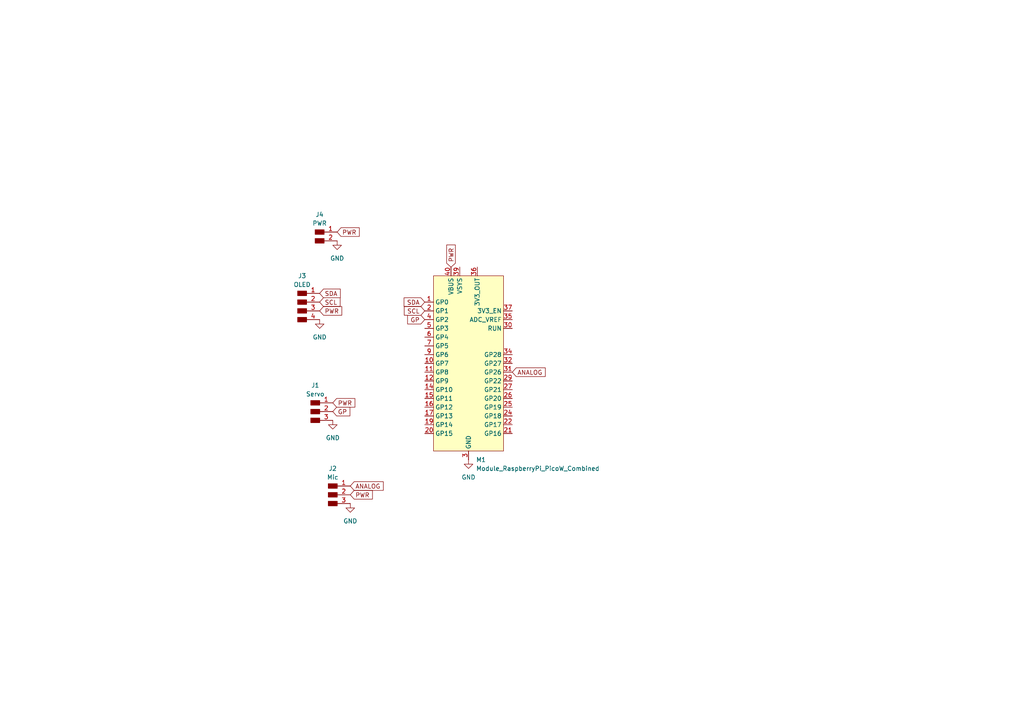
<source format=kicad_sch>
(kicad_sch (version 20231120) (generator "eeschema") (generator_version "8.0")
  (paper "A4")
  (lib_symbols
    (symbol "fab:Module_RaspberryPi_PicoW_Combined"
      (property "Reference" "M" (at 0 0 0))
      (property "Value" "Module_RaspberryPi_PicoW_Combined" (at 0 0 0))
      (symbol "Module_RaspberryPi_PicoW_Combined_1_1"
        (rectangle (start -10.16 25.4) (end 10.16 -25.4) (fill (type background)))
        (pin bidirectional line (at -12.7 17.78 0) (length 2.54) (name "GP0") (number "1"))
        (pin bidirectional line (at -12.7 0 0) (length 2.54) (name "GP7") (number "10"))
        (pin bidirectional line (at -12.7 -2.54 0) (length 2.54) (name "GP8") (number "11"))
        (pin bidirectional line (at -12.7 -5.08 0) (length 2.54) (name "GP9") (number "12"))
        (pin passive line (at 0 -27.94 90) (length 2.54) hide (name "GND") (number "13"))
        (pin bidirectional line (at -12.7 -7.62 0) (length 2.54) (name "GP10") (number "14"))
        (pin bidirectional line (at -12.7 -10.16 0) (length 2.54) (name "GP11") (number "15"))
        (pin bidirectional line (at -12.7 -12.7 0) (length 2.54) (name "GP12") (number "16"))
        (pin bidirectional line (at -12.7 -15.24 0) (length 2.54) (name "GP13") (number "17"))
        (pin passive line (at 0 -27.94 90) (length 2.54) hide (name "GND") (number "18"))
        (pin bidirectional line (at -12.7 -17.78 0) (length 2.54) (name "GP14") (number "19"))
        (pin bidirectional line (at -12.7 15.24 0) (length 2.54) (name "GP1") (number "2"))
        (pin bidirectional line (at -12.7 -20.32 0) (length 2.54) (name "GP15") (number "20"))
        (pin bidirectional line (at 12.7 -20.32 180) (length 2.54) (name "GP16") (number "21"))
        (pin bidirectional line (at 12.7 -17.78 180) (length 2.54) (name "GP17") (number "22"))
        (pin passive line (at 0 -27.94 90) (length 2.54) hide (name "GND") (number "23"))
        (pin bidirectional line (at 12.7 -15.24 180) (length 2.54) (name "GP18") (number "24"))
        (pin bidirectional line (at 12.7 -12.7 180) (length 2.54) (name "GP19") (number "25"))
        (pin bidirectional line (at 12.7 -10.16 180) (length 2.54) (name "GP20") (number "26"))
        (pin bidirectional line (at 12.7 -7.62 180) (length 2.54) (name "GP21") (number "27"))
        (pin passive line (at 0 -27.94 90) (length 2.54) hide (name "GND") (number "28"))
        (pin bidirectional line (at 12.7 -5.08 180) (length 2.54) (name "GP22") (number "29"))
        (pin power_in line (at 0 -27.94 90) (length 2.54) (name "GND") (number "3"))
        (pin input line (at 12.7 10.16 180) (length 2.54) (name "RUN") (number "30"))
        (pin bidirectional line (at 12.7 -2.54 180) (length 2.54) (name "GP26") (number "31"))
        (pin bidirectional line (at 12.7 0 180) (length 2.54) (name "GP27") (number "32"))
        (pin passive line (at 0 -27.94 90) (length 2.54) hide (name "GND") (number "33"))
        (pin bidirectional line (at 12.7 2.54 180) (length 2.54) (name "GP28") (number "34"))
        (pin input line (at 12.7 12.7 180) (length 2.54) (name "ADC_VREF") (number "35"))
        (pin power_in line (at 2.54 27.94 270) (length 2.54) (name "3V3_OUT") (number "36"))
        (pin input line (at 12.7 15.24 180) (length 2.54) (name "3V3_EN") (number "37"))
        (pin passive line (at 0 -27.94 90) (length 2.54) hide (name "GND") (number "38"))
        (pin power_in line (at -2.54 27.94 270) (length 2.54) (name "VSYS") (number "39"))
        (pin bidirectional line (at -12.7 12.7 0) (length 2.54) (name "GP2") (number "4"))
        (pin power_in line (at -5.08 27.94 270) (length 2.54) (name "VBUS") (number "40"))
        (pin bidirectional line (at -12.7 10.16 0) (length 2.54) (name "GP3") (number "5"))
        (pin bidirectional line (at -12.7 7.62 0) (length 2.54) (name "GP4") (number "6"))
        (pin bidirectional line (at -12.7 5.08 0) (length 2.54) (name "GP5") (number "7"))
        (pin passive line (at 0 -27.94 90) (length 2.54) hide (name "GND") (number "8"))
        (pin bidirectional line (at -12.7 2.54 0) (length 2.54) (name "GP6") (number "9"))
      )
    )
    (symbol "fab:PinHeader_01x02_P2.54mm_Horizontal_SMD" (pin_names hide)
      (property "Reference" "J" (at 0 2.54 0))
      (property "Value" "PinHeader_01x02_P2.54mm_Horizontal_SMD" (at 0 -5.08 0))
      (symbol "PinHeader_01x02_P2.54mm_Horizontal_SMD_1_1"
        (rectangle (start -1.27 -1.905) (end 1.27 -3.175) (stroke (width 0.254)) (fill (type outline)))
        (rectangle (start -1.27 0.635) (end 1.27 -0.635) (stroke (width 0.254)) (fill (type outline)))
        (pin passive line (at 5.08 0 180) (length 3.81) (name "Pin_1") (number "1"))
        (pin passive line (at 5.08 -2.54 180) (length 3.81) (name "Pin_2") (number "2"))
      )
    )
    (symbol "fab:PinHeader_01x03_P2.54mm_Horizontal_SMD" (pin_names hide)
      (property "Reference" "J" (at 0 5.08 0))
      (property "Value" "PinHeader_01x03_P2.54mm_Horizontal_SMD" (at 0 -5.08 0))
      (symbol "PinHeader_01x03_P2.54mm_Horizontal_SMD_1_1"
        (rectangle (start -1.27 -1.905) (end 1.27 -3.175) (stroke (width 0.254)) (fill (type outline)))
        (rectangle (start -1.27 0.635) (end 1.27 -0.635) (stroke (width 0.254)) (fill (type outline)))
        (rectangle (start -1.27 3.175) (end 1.27 1.905) (stroke (width 0.254)) (fill (type outline)))
        (pin passive line (at 5.08 2.54 180) (length 3.81) (name "Pin_1") (number "1"))
        (pin passive line (at 5.08 0 180) (length 3.81) (name "Pin_2") (number "2"))
        (pin passive line (at 5.08 -2.54 180) (length 3.81) (name "Pin_3") (number "3"))
      )
    )
    (symbol "fab:PinHeader_01x04_P2.54mm_Horizontal_SMD" (pin_names hide)
      (property "Reference" "J" (at 0 5.08 0))
      (property "Value" "PinHeader_01x04_P2.54mm_Horizontal_SMD" (at 0 -7.62 0))
      (symbol "PinHeader_01x04_P2.54mm_Horizontal_SMD_1_1"
        (rectangle (start -1.27 -4.445) (end 1.27 -5.715) (stroke (width 0.254)) (fill (type outline)))
        (rectangle (start -1.27 -1.905) (end 1.27 -3.175) (stroke (width 0.254)) (fill (type outline)))
        (rectangle (start -1.27 0.635) (end 1.27 -0.635) (stroke (width 0.254)) (fill (type outline)))
        (rectangle (start -1.27 3.175) (end 1.27 1.905) (stroke (width 0.254)) (fill (type outline)))
        (pin passive line (at 5.08 2.54 180) (length 3.81) (name "Pin_1") (number "1"))
        (pin passive line (at 5.08 0 180) (length 3.81) (name "Pin_2") (number "2"))
        (pin passive line (at 5.08 -2.54 180) (length 3.81) (name "Pin_3") (number "3"))
        (pin passive line (at 5.08 -5.08 180) (length 3.81) (name "Pin_4") (number "4"))
      )
    )
    (symbol "power:GND" (power) (pin_numbers hide) (pin_names (offset 0) hide)
      (property "Value" "GND" (at 0 -3.81 0))
      (symbol "GND_0_1"
        (polyline (pts (xy 0 0) (xy 0 -1.27) (xy 1.27 -1.27) (xy 0 -2.54) (xy -1.27 -1.27) (xy 0 -1.27)))
      )
      (symbol "GND_1_1"
        (pin power_in line (at 0 0 270) (length 0) (name "~") (number "1"))
      )
    )
  )
  (global_label "GP" (shape input) (at 96.52 119.38 0) (property "Intersheetrefs" "${INTERSHEET_REFS}" (effects (hide yes))))
  (global_label "SCL" (shape input) (at 123.19 90.17 180) (property "Intersheetrefs" "${INTERSHEET_REFS}" (effects (hide yes))))
  (global_label "PWR" (shape input) (at 96.52 116.84 0) (property "Intersheetrefs" "${INTERSHEET_REFS}" (effects (hide yes))))
  (global_label "ANALOG" (shape input) (at 101.6 140.97 0) (property "Intersheetrefs" "${INTERSHEET_REFS}" (effects (hide yes))))
  (global_label "SDA" (shape input) (at 92.71 85.09 0) (property "Intersheetrefs" "${INTERSHEET_REFS}" (effects (hide yes))))
  (global_label "GP" (shape input) (at 123.19 92.71 180) (property "Intersheetrefs" "${INTERSHEET_REFS}" (effects (hide yes))))
  (global_label "PWR" (shape input) (at 101.6 143.51 0) (property "Intersheetrefs" "${INTERSHEET_REFS}" (effects (hide yes))))
  (global_label "SCL" (shape input) (at 92.71 87.63 0) (property "Intersheetrefs" "${INTERSHEET_REFS}" (effects (hide yes))))
  (global_label "ANALOG" (shape input) (at 148.59 107.95 0) (property "Intersheetrefs" "${INTERSHEET_REFS}" (effects (hide yes))))
  (global_label "SDA" (shape input) (at 123.19 87.63 180) (property "Intersheetrefs" "${INTERSHEET_REFS}" (effects (hide yes))))
  (global_label "PWR" (shape input) (at 92.71 90.17 0) (property "Intersheetrefs" "${INTERSHEET_REFS}" (effects (hide yes))))
  (global_label "PWR" (shape input) (at 97.79 67.31 0) (property "Intersheetrefs" "${INTERSHEET_REFS}" (effects (hide yes))))
  (global_label "PWR" (shape input) (at 130.81 77.47 90) (property "Intersheetrefs" "${INTERSHEET_REFS}" (effects (hide yes))))
  (symbol (lib_id "power:GND") (at 97.79 69.85 0) (unit 1)
    (property "Reference" "#PWR05" (effects (hide yes)))
    (property "Value" "GND" (at 97.79 74.93 0))
    (property "Description" "Power symbol creates a global label with name \"GND\" , ground" (effects (hide yes)))
  )
  (symbol (lib_id "fab:PinHeader_01x04_P2.54mm_Horizontal_SMD") (at 87.63 87.63 0) (unit 1)
    (property "Reference" "J3" (at 87.63 80.01 0))
    (property "Value" "OLED" (at 87.63 82.55 0))
    (property "Footprint" "fab:PinHeader_01x04_P2.54mm_Horizontal_SMD" (effects (hide yes)))
    (property "Description" "Male connector, single row" (effects (hide yes)))
  )
  (symbol (lib_id "fab:PinHeader_01x03_P2.54mm_Horizontal_SMD") (at 96.52 143.51 0) (unit 1)
    (property "Reference" "J2" (at 96.52 135.89 0))
    (property "Value" "Mic" (at 96.52 138.43 0))
    (property "Footprint" "fab:PinHeader_01x03_P2.54mm_Horizontal_SMD" (effects (hide yes)))
    (property "Description" "Male connector, single row" (effects (hide yes)))
  )
  (symbol (lib_id "power:GND") (at 92.71 92.71 0) (unit 1)
    (property "Reference" "#PWR01" (effects (hide yes)))
    (property "Value" "GND" (at 92.71 97.79 0))
    (property "Description" "Power symbol creates a global label with name \"GND\" , ground" (effects (hide yes)))
  )
  (symbol (lib_id "power:GND") (at 101.6 146.05 0) (unit 1)
    (property "Reference" "#PWR03" (effects (hide yes)))
    (property "Value" "GND" (at 101.6 151.13 0))
    (property "Description" "Power symbol creates a global label with name \"GND\" , ground" (effects (hide yes)))
  )
  (symbol (lib_id "fab:PinHeader_01x03_P2.54mm_Horizontal_SMD") (at 91.44 119.38 0) (unit 1)
    (property "Reference" "J1" (at 91.44 111.76 0))
    (property "Value" "Servo" (at 91.44 114.3 0))
    (property "Footprint" "fab:PinHeader_01x03_P2.54mm_Horizontal_SMD" (effects (hide yes)))
    (property "Description" "Male connector, single row" (effects (hide yes)))
  )
  (symbol (lib_id "fab:PinHeader_01x02_P2.54mm_Horizontal_SMD") (at 92.71 67.31 0) (unit 1)
    (property "Reference" "J4" (at 92.71 62.23 0))
    (property "Value" "PWR" (at 92.71 64.77 0))
    (property "Footprint" "fab:PinHeader_01x02_P2.54mm_Horizontal_SMD" (effects (hide yes)))
    (property "Description" "Male connector, single row" (effects (hide yes)))
  )
  (symbol (lib_id "power:GND") (at 135.89 133.35 0) (unit 1)
    (property "Reference" "#PWR04" (effects (hide yes)))
    (property "Value" "GND" (at 135.89 138.43 0))
    (property "Description" "Power symbol creates a global label with name \"GND\" , ground" (effects (hide yes)))
  )
  (symbol (lib_id "fab:Module_RaspberryPi_PicoW_Combined") (at 135.89 105.41 0) (unit 1)
    (property "Reference" "M1" (at 138.0841 133.35 0) (effects (justify left)))
    (property "Value" "Module_RaspberryPi_PicoW_Combined" (at 138.0841 135.89 0) (effects (justify left)))
    (property "Footprint" "fab:RaspberryPi_PicoW_Combined" (effects (hide yes)))
    (property "Datasheet" "https://datasheets.raspberrypi.com/picow/pico-w-datasheet.pdf" (effects (hide yes)))
    (property "Description" "RP2040 Transceiver; 802.11 b/g/n (Wi-Fi, WiFi, WLAN), Bluetooth® 5 2.4GHz Evaluation Board" (effects (hide yes)))
  )
  (symbol (lib_id "power:GND") (at 96.52 121.92 0) (unit 1)
    (property "Reference" "#PWR02" (effects (hide yes)))
    (property "Value" "GND" (at 96.52 127 0))
    (property "Description" "Power symbol creates a global label with name \"GND\" , ground" (effects (hide yes)))
  )
)
</source>
